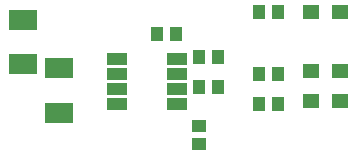
<source format=gbr>
%FSLAX34Y34*%
%MOMM*%
%LNSMDMASK_TOP*%
G71*
G01*
%ADD10R, 2.40X1.70*%
%ADD11R, 1.67X1.05*%
%ADD12R, 1.00X1.20*%
%ADD13R, 1.20X1.00*%
%ADD14R, 1.45X1.30*%
%LPD*%
X229470Y289284D02*
G54D10*
D03*
X229370Y326884D02*
G54D10*
D03*
X260051Y285710D02*
G54D10*
D03*
X260151Y248110D02*
G54D10*
D03*
X359600Y293800D02*
G54D11*
D03*
X359600Y281100D02*
G54D11*
D03*
X359600Y268400D02*
G54D11*
D03*
X359600Y255700D02*
G54D11*
D03*
X308800Y255700D02*
G54D11*
D03*
X308800Y268400D02*
G54D11*
D03*
X308800Y281100D02*
G54D11*
D03*
X308800Y293800D02*
G54D11*
D03*
X359044Y315079D02*
G54D12*
D03*
X343144Y315079D02*
G54D12*
D03*
X394453Y295251D02*
G54D12*
D03*
X378552Y295251D02*
G54D12*
D03*
X394453Y269851D02*
G54D12*
D03*
X378552Y269851D02*
G54D12*
D03*
X378881Y221273D02*
G54D13*
D03*
X378881Y237174D02*
G54D13*
D03*
X445593Y255586D02*
G54D12*
D03*
X429693Y255586D02*
G54D12*
D03*
X473740Y257771D02*
G54D14*
D03*
X498440Y257771D02*
G54D14*
D03*
X445253Y333351D02*
G54D12*
D03*
X429352Y333351D02*
G54D12*
D03*
X473400Y333700D02*
G54D14*
D03*
X498100Y333700D02*
G54D14*
D03*
X445593Y280986D02*
G54D12*
D03*
X429693Y280986D02*
G54D12*
D03*
X473740Y283171D02*
G54D14*
D03*
X498440Y283171D02*
G54D14*
D03*
M02*

</source>
